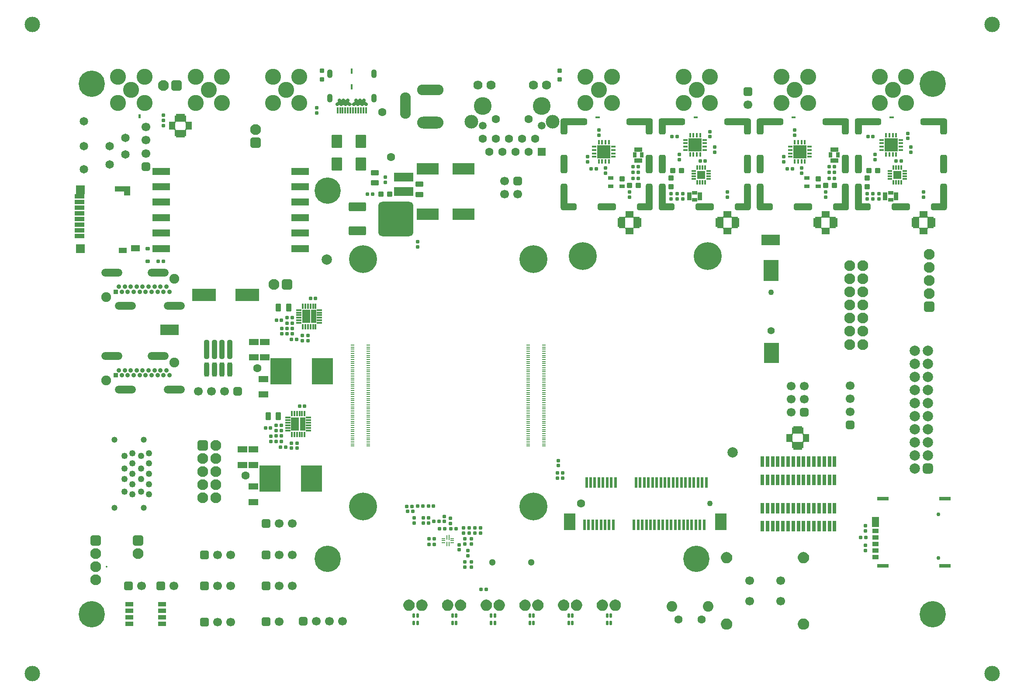
<source format=gts>
G04*
G04 #@! TF.GenerationSoftware,Altium Limited,Altium Designer,19.1.6 (110)*
G04*
G04 Layer_Color=8388736*
%FSLAX44Y44*%
%MOMM*%
G71*
G01*
G75*
%ADD23R,0.6000X2.0000*%
%ADD42R,0.7000X0.2000*%
%ADD43R,2.3000X3.2000*%
%ADD64C,1.6000*%
%ADD107R,0.7000X2.1000*%
G04:AMPARAMS|DCode=108|XSize=0.7mm|YSize=0.7mm|CornerRadius=0.11mm|HoleSize=0mm|Usage=FLASHONLY|Rotation=0.000|XOffset=0mm|YOffset=0mm|HoleType=Round|Shape=RoundedRectangle|*
%AMROUNDEDRECTD108*
21,1,0.7000,0.4800,0,0,0.0*
21,1,0.4800,0.7000,0,0,0.0*
1,1,0.2200,0.2400,-0.2400*
1,1,0.2200,-0.2400,-0.2400*
1,1,0.2200,-0.2400,0.2400*
1,1,0.2200,0.2400,0.2400*
%
%ADD108ROUNDEDRECTD108*%
G04:AMPARAMS|DCode=109|XSize=0.6mm|YSize=0.7mm|CornerRadius=0.1mm|HoleSize=0mm|Usage=FLASHONLY|Rotation=270.000|XOffset=0mm|YOffset=0mm|HoleType=Round|Shape=RoundedRectangle|*
%AMROUNDEDRECTD109*
21,1,0.6000,0.5000,0,0,270.0*
21,1,0.4000,0.7000,0,0,270.0*
1,1,0.2000,-0.2500,-0.2000*
1,1,0.2000,-0.2500,0.2000*
1,1,0.2000,0.2500,0.2000*
1,1,0.2000,0.2500,-0.2000*
%
%ADD109ROUNDEDRECTD109*%
%ADD110R,0.8000X0.2800*%
%ADD111R,0.2800X0.8900*%
%ADD112R,0.2800X0.9900*%
G04:AMPARAMS|DCode=113|XSize=0.7mm|YSize=0.7mm|CornerRadius=0.11mm|HoleSize=0mm|Usage=FLASHONLY|Rotation=270.000|XOffset=0mm|YOffset=0mm|HoleType=Round|Shape=RoundedRectangle|*
%AMROUNDEDRECTD113*
21,1,0.7000,0.4800,0,0,270.0*
21,1,0.4800,0.7000,0,0,270.0*
1,1,0.2200,-0.2400,-0.2400*
1,1,0.2200,-0.2400,0.2400*
1,1,0.2200,0.2400,0.2400*
1,1,0.2200,0.2400,-0.2400*
%
%ADD113ROUNDEDRECTD113*%
%ADD114R,1.5000X0.9000*%
%ADD115R,0.4000X0.4100*%
G04:AMPARAMS|DCode=116|XSize=1.1mm|YSize=1mm|CornerRadius=0.1625mm|HoleSize=0mm|Usage=FLASHONLY|Rotation=180.000|XOffset=0mm|YOffset=0mm|HoleType=Round|Shape=RoundedRectangle|*
%AMROUNDEDRECTD116*
21,1,1.1000,0.6750,0,0,180.0*
21,1,0.7750,1.0000,0,0,180.0*
1,1,0.3250,-0.3875,0.3375*
1,1,0.3250,0.3875,0.3375*
1,1,0.3250,0.3875,-0.3375*
1,1,0.3250,-0.3875,-0.3375*
%
%ADD116ROUNDEDRECTD116*%
G04:AMPARAMS|DCode=117|XSize=1.6mm|YSize=1.6mm|CornerRadius=0.125mm|HoleSize=0mm|Usage=FLASHONLY|Rotation=180.000|XOffset=0mm|YOffset=0mm|HoleType=Round|Shape=RoundedRectangle|*
%AMROUNDEDRECTD117*
21,1,1.6000,1.3500,0,0,180.0*
21,1,1.3500,1.6000,0,0,180.0*
1,1,0.2500,-0.6750,0.6750*
1,1,0.2500,0.6750,0.6750*
1,1,0.2500,0.6750,-0.6750*
1,1,0.2500,-0.6750,-0.6750*
%
%ADD117ROUNDEDRECTD117*%
G04:AMPARAMS|DCode=118|XSize=0.4mm|YSize=0.9mm|CornerRadius=0.125mm|HoleSize=0mm|Usage=FLASHONLY|Rotation=180.000|XOffset=0mm|YOffset=0mm|HoleType=Round|Shape=RoundedRectangle|*
%AMROUNDEDRECTD118*
21,1,0.4000,0.6500,0,0,180.0*
21,1,0.1500,0.9000,0,0,180.0*
1,1,0.2500,-0.0750,0.3250*
1,1,0.2500,0.0750,0.3250*
1,1,0.2500,0.0750,-0.3250*
1,1,0.2500,-0.0750,-0.3250*
%
%ADD118ROUNDEDRECTD118*%
G04:AMPARAMS|DCode=119|XSize=0.4mm|YSize=0.9mm|CornerRadius=0.125mm|HoleSize=0mm|Usage=FLASHONLY|Rotation=270.000|XOffset=0mm|YOffset=0mm|HoleType=Round|Shape=RoundedRectangle|*
%AMROUNDEDRECTD119*
21,1,0.4000,0.6500,0,0,270.0*
21,1,0.1500,0.9000,0,0,270.0*
1,1,0.2500,-0.3250,-0.0750*
1,1,0.2500,-0.3250,0.0750*
1,1,0.2500,0.3250,0.0750*
1,1,0.2500,0.3250,-0.0750*
%
%ADD119ROUNDEDRECTD119*%
%ADD120R,0.8500X1.6000*%
%ADD121R,1.0000X0.7000*%
%ADD122R,1.6000X0.8500*%
%ADD123R,0.7000X1.0000*%
G04:AMPARAMS|DCode=124|XSize=0.6mm|YSize=0.7mm|CornerRadius=0.1mm|HoleSize=0mm|Usage=FLASHONLY|Rotation=0.000|XOffset=0mm|YOffset=0mm|HoleType=Round|Shape=RoundedRectangle|*
%AMROUNDEDRECTD124*
21,1,0.6000,0.5000,0,0,0.0*
21,1,0.4000,0.7000,0,0,0.0*
1,1,0.2000,0.2000,-0.2500*
1,1,0.2000,-0.2000,-0.2500*
1,1,0.2000,-0.2000,0.2500*
1,1,0.2000,0.2000,0.2500*
%
%ADD124ROUNDEDRECTD124*%
G04:AMPARAMS|DCode=125|XSize=1.5mm|YSize=1.1mm|CornerRadius=0.175mm|HoleSize=0mm|Usage=FLASHONLY|Rotation=0.000|XOffset=0mm|YOffset=0mm|HoleType=Round|Shape=RoundedRectangle|*
%AMROUNDEDRECTD125*
21,1,1.5000,0.7500,0,0,0.0*
21,1,1.1500,1.1000,0,0,0.0*
1,1,0.3500,0.5750,-0.3750*
1,1,0.3500,-0.5750,-0.3750*
1,1,0.3500,-0.5750,0.3750*
1,1,0.3500,0.5750,0.3750*
%
%ADD125ROUNDEDRECTD125*%
%ADD126R,4.2500X2.2500*%
%ADD127C,3.0000*%
%ADD128R,2.9000X4.1000*%
%ADD129R,2.9000X3.9000*%
%ADD130R,1.7019X1.2013*%
%ADD131R,1.2000X1.7000*%
%ADD132R,1.6006X1.0004*%
%ADD133R,1.7011X1.0006*%
%ADD134R,1.7018X1.7018*%
%ADD135R,1.7009X1.7009*%
%ADD136R,1.9526X0.9011*%
%ADD137R,1.9518X0.9007*%
%ADD138R,1.9504X0.9002*%
%ADD139R,1.9525X0.9010*%
%ADD140R,1.9522X0.9009*%
%ADD141R,1.9516X0.9006*%
%ADD142R,1.9530X0.9012*%
%ADD143R,1.9504X0.9002*%
%ADD144R,2.2000X0.8000*%
%ADD145R,1.3400X1.0000*%
%ADD146R,1.2400X0.9000*%
G04:AMPARAMS|DCode=147|XSize=0.8mm|YSize=0.5mm|CornerRadius=0.1mm|HoleSize=0mm|Usage=FLASHONLY|Rotation=90.000|XOffset=0mm|YOffset=0mm|HoleType=Round|Shape=RoundedRectangle|*
%AMROUNDEDRECTD147*
21,1,0.8000,0.3000,0,0,90.0*
21,1,0.6000,0.5000,0,0,90.0*
1,1,0.2000,0.1500,0.3000*
1,1,0.2000,0.1500,-0.3000*
1,1,0.2000,-0.1500,-0.3000*
1,1,0.2000,-0.1500,0.3000*
%
%ADD147ROUNDEDRECTD147*%
%ADD148C,1.7000*%
G04:AMPARAMS|DCode=149|XSize=0.95mm|YSize=3.65mm|CornerRadius=0.2625mm|HoleSize=0mm|Usage=FLASHONLY|Rotation=0.000|XOffset=0mm|YOffset=0mm|HoleType=Round|Shape=RoundedRectangle|*
%AMROUNDEDRECTD149*
21,1,0.9500,3.1250,0,0,0.0*
21,1,0.4250,3.6500,0,0,0.0*
1,1,0.5250,0.2125,-1.5625*
1,1,0.5250,-0.2125,-1.5625*
1,1,0.5250,-0.2125,1.5625*
1,1,0.5250,0.2125,1.5625*
%
%ADD149ROUNDEDRECTD149*%
G04:AMPARAMS|DCode=150|XSize=0.95mm|YSize=2.75mm|CornerRadius=0.2625mm|HoleSize=0mm|Usage=FLASHONLY|Rotation=0.000|XOffset=0mm|YOffset=0mm|HoleType=Round|Shape=RoundedRectangle|*
%AMROUNDEDRECTD150*
21,1,0.9500,2.2250,0,0,0.0*
21,1,0.4250,2.7500,0,0,0.0*
1,1,0.5250,0.2125,-1.1125*
1,1,0.5250,-0.2125,-1.1125*
1,1,0.5250,-0.2125,1.1125*
1,1,0.5250,0.2125,1.1125*
%
%ADD150ROUNDEDRECTD150*%
%ADD151R,3.8000X1.7000*%
%ADD152R,0.3000X1.1000*%
%ADD153R,0.4000X1.3000*%
G04:AMPARAMS|DCode=154|XSize=1.1mm|YSize=1mm|CornerRadius=0.1625mm|HoleSize=0mm|Usage=FLASHONLY|Rotation=270.000|XOffset=0mm|YOffset=0mm|HoleType=Round|Shape=RoundedRectangle|*
%AMROUNDEDRECTD154*
21,1,1.1000,0.6750,0,0,270.0*
21,1,0.7750,1.0000,0,0,270.0*
1,1,0.3250,-0.3375,-0.3875*
1,1,0.3250,-0.3375,0.3875*
1,1,0.3250,0.3375,0.3875*
1,1,0.3250,0.3375,-0.3875*
%
%ADD154ROUNDEDRECTD154*%
G04:AMPARAMS|DCode=155|XSize=1.9mm|YSize=1.25mm|CornerRadius=0.1938mm|HoleSize=0mm|Usage=FLASHONLY|Rotation=180.000|XOffset=0mm|YOffset=0mm|HoleType=Round|Shape=RoundedRectangle|*
%AMROUNDEDRECTD155*
21,1,1.9000,0.8625,0,0,180.0*
21,1,1.5125,1.2500,0,0,180.0*
1,1,0.3875,-0.7563,0.4313*
1,1,0.3875,0.7563,0.4313*
1,1,0.3875,0.7563,-0.4313*
1,1,0.3875,-0.7563,-0.4313*
%
%ADD155ROUNDEDRECTD155*%
G04:AMPARAMS|DCode=156|XSize=3.4mm|YSize=1.7mm|CornerRadius=0.25mm|HoleSize=0mm|Usage=FLASHONLY|Rotation=180.000|XOffset=0mm|YOffset=0mm|HoleType=Round|Shape=RoundedRectangle|*
%AMROUNDEDRECTD156*
21,1,3.4000,1.2000,0,0,180.0*
21,1,2.9000,1.7000,0,0,180.0*
1,1,0.5000,-1.4500,0.6000*
1,1,0.5000,1.4500,0.6000*
1,1,0.5000,1.4500,-0.6000*
1,1,0.5000,-1.4500,-0.6000*
%
%ADD156ROUNDEDRECTD156*%
G04:AMPARAMS|DCode=157|XSize=6.8mm|YSize=6.8mm|CornerRadius=0.8875mm|HoleSize=0mm|Usage=FLASHONLY|Rotation=180.000|XOffset=0mm|YOffset=0mm|HoleType=Round|Shape=RoundedRectangle|*
%AMROUNDEDRECTD157*
21,1,6.8000,5.0250,0,0,180.0*
21,1,5.0250,6.8000,0,0,180.0*
1,1,1.7750,-2.5125,2.5125*
1,1,1.7750,2.5125,2.5125*
1,1,1.7750,2.5125,-2.5125*
1,1,1.7750,-2.5125,-2.5125*
%
%ADD157ROUNDEDRECTD157*%
%ADD158R,0.4100X0.4000*%
%ADD159R,1.0000X2.6500*%
%ADD160R,1.5000X2.6500*%
G04:AMPARAMS|DCode=161|XSize=0.35mm|YSize=1.1mm|CornerRadius=0.1125mm|HoleSize=0mm|Usage=FLASHONLY|Rotation=90.000|XOffset=0mm|YOffset=0mm|HoleType=Round|Shape=RoundedRectangle|*
%AMROUNDEDRECTD161*
21,1,0.3500,0.8750,0,0,90.0*
21,1,0.1250,1.1000,0,0,90.0*
1,1,0.2250,0.4375,0.0625*
1,1,0.2250,0.4375,-0.0625*
1,1,0.2250,-0.4375,-0.0625*
1,1,0.2250,-0.4375,0.0625*
%
%ADD161ROUNDEDRECTD161*%
G04:AMPARAMS|DCode=162|XSize=0.35mm|YSize=1.1mm|CornerRadius=0.1125mm|HoleSize=0mm|Usage=FLASHONLY|Rotation=180.000|XOffset=0mm|YOffset=0mm|HoleType=Round|Shape=RoundedRectangle|*
%AMROUNDEDRECTD162*
21,1,0.3500,0.8750,0,0,180.0*
21,1,0.1250,1.1000,0,0,180.0*
1,1,0.2250,-0.0625,0.4375*
1,1,0.2250,0.0625,0.4375*
1,1,0.2250,0.0625,-0.4375*
1,1,0.2250,-0.0625,-0.4375*
%
%ADD162ROUNDEDRECTD162*%
%ADD163R,0.4300X0.9500*%
%ADD164R,0.9500X0.4300*%
%ADD165R,2.5000X2.5000*%
G04:AMPARAMS|DCode=166|XSize=1.05mm|YSize=0.75mm|CornerRadius=0.2125mm|HoleSize=0mm|Usage=FLASHONLY|Rotation=180.000|XOffset=0mm|YOffset=0mm|HoleType=Round|Shape=RoundedRectangle|*
%AMROUNDEDRECTD166*
21,1,1.0500,0.3250,0,0,180.0*
21,1,0.6250,0.7500,0,0,180.0*
1,1,0.4250,-0.3125,0.1625*
1,1,0.4250,0.3125,0.1625*
1,1,0.4250,0.3125,-0.1625*
1,1,0.4250,-0.3125,-0.1625*
%
%ADD166ROUNDEDRECTD166*%
G04:AMPARAMS|DCode=167|XSize=1.05mm|YSize=1.1mm|CornerRadius=0.2875mm|HoleSize=0mm|Usage=FLASHONLY|Rotation=180.000|XOffset=0mm|YOffset=0mm|HoleType=Round|Shape=RoundedRectangle|*
%AMROUNDEDRECTD167*
21,1,1.0500,0.5250,0,0,180.0*
21,1,0.4750,1.1000,0,0,180.0*
1,1,0.5750,-0.2375,0.2625*
1,1,0.5750,0.2375,0.2625*
1,1,0.5750,0.2375,-0.2625*
1,1,0.5750,-0.2375,-0.2625*
%
%ADD167ROUNDEDRECTD167*%
%ADD168R,1.1000X1.6500*%
%ADD169R,1.7000X1.3000*%
%ADD170R,1.3000X1.3000*%
%ADD171R,2.2500X1.3000*%
%ADD172R,4.1000X5.1000*%
G04:AMPARAMS|DCode=173|XSize=0.9mm|YSize=0.9mm|CornerRadius=0.15mm|HoleSize=0mm|Usage=FLASHONLY|Rotation=90.000|XOffset=0mm|YOffset=0mm|HoleType=Round|Shape=RoundedRectangle|*
%AMROUNDEDRECTD173*
21,1,0.9000,0.6000,0,0,90.0*
21,1,0.6000,0.9000,0,0,90.0*
1,1,0.3000,0.3000,0.3000*
1,1,0.3000,0.3000,-0.3000*
1,1,0.3000,-0.3000,-0.3000*
1,1,0.3000,-0.3000,0.3000*
%
%ADD173ROUNDEDRECTD173*%
%ADD174R,3.4000X1.3700*%
%ADD175R,4.6000X2.4500*%
G04:AMPARAMS|DCode=176|XSize=3.1mm|YSize=1.3mm|CornerRadius=0.35mm|HoleSize=0mm|Usage=FLASHONLY|Rotation=90.000|XOffset=0mm|YOffset=0mm|HoleType=Round|Shape=RoundedRectangle|*
%AMROUNDEDRECTD176*
21,1,3.1000,0.6000,0,0,90.0*
21,1,2.4000,1.3000,0,0,90.0*
1,1,0.7000,0.3000,1.2000*
1,1,0.7000,0.3000,-1.2000*
1,1,0.7000,-0.3000,-1.2000*
1,1,0.7000,-0.3000,1.2000*
%
%ADD176ROUNDEDRECTD176*%
G04:AMPARAMS|DCode=177|XSize=3.6mm|YSize=1.3mm|CornerRadius=0.35mm|HoleSize=0mm|Usage=FLASHONLY|Rotation=90.000|XOffset=0mm|YOffset=0mm|HoleType=Round|Shape=RoundedRectangle|*
%AMROUNDEDRECTD177*
21,1,3.6000,0.6000,0,0,90.0*
21,1,2.9000,1.3000,0,0,90.0*
1,1,0.7000,0.3000,1.4500*
1,1,0.7000,0.3000,-1.4500*
1,1,0.7000,-0.3000,-1.4500*
1,1,0.7000,-0.3000,1.4500*
%
%ADD177ROUNDEDRECTD177*%
G04:AMPARAMS|DCode=178|XSize=3.6mm|YSize=1.3mm|CornerRadius=0.35mm|HoleSize=0mm|Usage=FLASHONLY|Rotation=0.000|XOffset=0mm|YOffset=0mm|HoleType=Round|Shape=RoundedRectangle|*
%AMROUNDEDRECTD178*
21,1,3.6000,0.6000,0,0,0.0*
21,1,2.9000,1.3000,0,0,0.0*
1,1,0.7000,1.4500,-0.3000*
1,1,0.7000,-1.4500,-0.3000*
1,1,0.7000,-1.4500,0.3000*
1,1,0.7000,1.4500,0.3000*
%
%ADD178ROUNDEDRECTD178*%
G04:AMPARAMS|DCode=179|XSize=3.1mm|YSize=1.3mm|CornerRadius=0.35mm|HoleSize=0mm|Usage=FLASHONLY|Rotation=0.000|XOffset=0mm|YOffset=0mm|HoleType=Round|Shape=RoundedRectangle|*
%AMROUNDEDRECTD179*
21,1,3.1000,0.6000,0,0,0.0*
21,1,2.4000,1.3000,0,0,0.0*
1,1,0.7000,1.2000,-0.3000*
1,1,0.7000,-1.2000,-0.3000*
1,1,0.7000,-1.2000,0.3000*
1,1,0.7000,1.2000,0.3000*
%
%ADD179ROUNDEDRECTD179*%
G04:AMPARAMS|DCode=180|XSize=5.1mm|YSize=1.3mm|CornerRadius=0.35mm|HoleSize=0mm|Usage=FLASHONLY|Rotation=270.000|XOffset=0mm|YOffset=0mm|HoleType=Round|Shape=RoundedRectangle|*
%AMROUNDEDRECTD180*
21,1,5.1000,0.6000,0,0,270.0*
21,1,4.4000,1.3000,0,0,270.0*
1,1,0.7000,-0.3000,-2.2000*
1,1,0.7000,-0.3000,2.2000*
1,1,0.7000,0.3000,2.2000*
1,1,0.7000,0.3000,-2.2000*
%
%ADD180ROUNDEDRECTD180*%
G04:AMPARAMS|DCode=181|XSize=5.1mm|YSize=1.3mm|CornerRadius=0.35mm|HoleSize=0mm|Usage=FLASHONLY|Rotation=0.000|XOffset=0mm|YOffset=0mm|HoleType=Round|Shape=RoundedRectangle|*
%AMROUNDEDRECTD181*
21,1,5.1000,0.6000,0,0,0.0*
21,1,4.4000,1.3000,0,0,0.0*
1,1,0.7000,2.2000,-0.3000*
1,1,0.7000,-2.2000,-0.3000*
1,1,0.7000,-2.2000,0.3000*
1,1,0.7000,2.2000,0.3000*
%
%ADD181ROUNDEDRECTD181*%
G04:AMPARAMS|DCode=182|XSize=2.6mm|YSize=2.1mm|CornerRadius=0.3mm|HoleSize=0mm|Usage=FLASHONLY|Rotation=90.000|XOffset=0mm|YOffset=0mm|HoleType=Round|Shape=RoundedRectangle|*
%AMROUNDEDRECTD182*
21,1,2.6000,1.5000,0,0,90.0*
21,1,2.0000,2.1000,0,0,90.0*
1,1,0.6000,0.7500,1.0000*
1,1,0.6000,0.7500,-1.0000*
1,1,0.6000,-0.7500,-1.0000*
1,1,0.6000,-0.7500,1.0000*
%
%ADD182ROUNDEDRECTD182*%
%ADD183C,2.0000*%
%ADD184R,3.6000X2.0000*%
G04:AMPARAMS|DCode=185|XSize=0.7mm|YSize=0.8mm|CornerRadius=0.125mm|HoleSize=0mm|Usage=FLASHONLY|Rotation=270.000|XOffset=0mm|YOffset=0mm|HoleType=Round|Shape=RoundedRectangle|*
%AMROUNDEDRECTD185*
21,1,0.7000,0.5500,0,0,270.0*
21,1,0.4500,0.8000,0,0,270.0*
1,1,0.2500,-0.2750,-0.2250*
1,1,0.2500,-0.2750,0.2250*
1,1,0.2500,0.2750,0.2250*
1,1,0.2500,0.2750,-0.2250*
%
%ADD185ROUNDEDRECTD185*%
%ADD186R,1.6500X1.1000*%
%ADD187R,1.3000X1.7000*%
%ADD188R,1.3000X1.3000*%
%ADD189R,1.3000X2.2500*%
G04:AMPARAMS|DCode=190|XSize=1.5mm|YSize=1.1mm|CornerRadius=0.175mm|HoleSize=0mm|Usage=FLASHONLY|Rotation=90.000|XOffset=0mm|YOffset=0mm|HoleType=Round|Shape=RoundedRectangle|*
%AMROUNDEDRECTD190*
21,1,1.5000,0.7500,0,0,90.0*
21,1,1.1500,1.1000,0,0,90.0*
1,1,0.3500,0.3750,0.5750*
1,1,0.3500,0.3750,-0.5750*
1,1,0.3500,-0.3750,-0.5750*
1,1,0.3500,-0.3750,0.5750*
%
%ADD190ROUNDEDRECTD190*%
%ADD191R,2.5000X2.5000*%
G04:AMPARAMS|DCode=192|XSize=1.7mm|YSize=1.7mm|CornerRadius=0.45mm|HoleSize=0mm|Usage=FLASHONLY|Rotation=0.000|XOffset=0mm|YOffset=0mm|HoleType=Round|Shape=RoundedRectangle|*
%AMROUNDEDRECTD192*
21,1,1.7000,0.8000,0,0,0.0*
21,1,0.8000,1.7000,0,0,0.0*
1,1,0.9000,0.4000,-0.4000*
1,1,0.9000,-0.4000,-0.4000*
1,1,0.9000,-0.4000,0.4000*
1,1,0.9000,0.4000,0.4000*
%
%ADD192ROUNDEDRECTD192*%
%ADD193C,1.2500*%
%ADD194C,1.1886*%
%ADD195C,2.1000*%
%ADD196C,5.4000*%
%ADD197C,1.1000*%
G04:AMPARAMS|DCode=198|XSize=1.624mm|YSize=1.624mm|CornerRadius=0.2405mm|HoleSize=0mm|Usage=FLASHONLY|Rotation=90.000|XOffset=0mm|YOffset=0mm|HoleType=Round|Shape=RoundedRectangle|*
%AMROUNDEDRECTD198*
21,1,1.6240,1.1430,0,0,90.0*
21,1,1.1430,1.6240,0,0,90.0*
1,1,0.4810,0.5715,0.5715*
1,1,0.4810,0.5715,-0.5715*
1,1,0.4810,-0.5715,-0.5715*
1,1,0.4810,-0.5715,0.5715*
%
%ADD198ROUNDEDRECTD198*%
%ADD199C,1.4000*%
%ADD200C,1.7800*%
%ADD201C,1.6080*%
%ADD202C,1.5080*%
%ADD203R,1.6080X1.6080*%
%ADD204C,2.6500*%
%ADD205C,3.4500*%
%ADD206C,1.6500*%
%ADD207O,2.1000X5.1000*%
%ADD208O,5.1000X2.3000*%
%ADD209O,5.1000X2.1000*%
%ADD210C,0.7500*%
%ADD211C,1.3000*%
%ADD212C,5.1000*%
%ADD213O,1.1000X1.7000*%
%ADD214C,0.7300*%
%ADD215C,2.0500*%
G04:AMPARAMS|DCode=216|XSize=2.1mm|YSize=2.1mm|CornerRadius=0.55mm|HoleSize=0mm|Usage=FLASHONLY|Rotation=270.000|XOffset=0mm|YOffset=0mm|HoleType=Round|Shape=RoundedRectangle|*
%AMROUNDEDRECTD216*
21,1,2.1000,1.0000,0,0,270.0*
21,1,1.0000,2.1000,0,0,270.0*
1,1,1.1000,-0.5000,-0.5000*
1,1,1.1000,-0.5000,0.5000*
1,1,1.1000,0.5000,0.5000*
1,1,1.1000,0.5000,-0.5000*
%
%ADD216ROUNDEDRECTD216*%
G04:AMPARAMS|DCode=217|XSize=1.7mm|YSize=1.7mm|CornerRadius=0.45mm|HoleSize=0mm|Usage=FLASHONLY|Rotation=90.000|XOffset=0mm|YOffset=0mm|HoleType=Round|Shape=RoundedRectangle|*
%AMROUNDEDRECTD217*
21,1,1.7000,0.8000,0,0,90.0*
21,1,0.8000,1.7000,0,0,90.0*
1,1,0.9000,0.4000,0.4000*
1,1,0.9000,0.4000,-0.4000*
1,1,0.9000,-0.4000,-0.4000*
1,1,0.9000,-0.4000,0.4000*
%
%ADD217ROUNDEDRECTD217*%
%ADD218O,4.1000X1.5000*%
%ADD219C,0.9000*%
%ADD220R,0.9000X0.9000*%
%ADD221C,1.9000*%
%ADD222C,3.1000*%
%ADD223C,0.3500*%
G04:AMPARAMS|DCode=224|XSize=2mm|YSize=2mm|CornerRadius=0.525mm|HoleSize=0mm|Usage=FLASHONLY|Rotation=90.000|XOffset=0mm|YOffset=0mm|HoleType=Round|Shape=RoundedRectangle|*
%AMROUNDEDRECTD224*
21,1,2.0000,0.9500,0,0,90.0*
21,1,0.9500,2.0000,0,0,90.0*
1,1,1.0500,0.4750,0.4750*
1,1,1.0500,0.4750,-0.4750*
1,1,1.0500,-0.4750,-0.4750*
1,1,1.0500,-0.4750,0.4750*
%
%ADD224ROUNDEDRECTD224*%
%ADD225C,1.0000*%
G04:AMPARAMS|DCode=226|XSize=1.624mm|YSize=1.624mm|CornerRadius=0.2405mm|HoleSize=0mm|Usage=FLASHONLY|Rotation=0.000|XOffset=0mm|YOffset=0mm|HoleType=Round|Shape=RoundedRectangle|*
%AMROUNDEDRECTD226*
21,1,1.6240,1.1430,0,0,0.0*
21,1,1.1430,1.6240,0,0,0.0*
1,1,0.4810,0.5715,-0.5715*
1,1,0.4810,-0.5715,-0.5715*
1,1,0.4810,-0.5715,0.5715*
1,1,0.4810,0.5715,0.5715*
%
%ADD226ROUNDEDRECTD226*%
G04:AMPARAMS|DCode=227|XSize=2.1mm|YSize=2.1mm|CornerRadius=0.55mm|HoleSize=0mm|Usage=FLASHONLY|Rotation=180.000|XOffset=0mm|YOffset=0mm|HoleType=Round|Shape=RoundedRectangle|*
%AMROUNDEDRECTD227*
21,1,2.1000,1.0000,0,0,180.0*
21,1,1.0000,2.1000,0,0,180.0*
1,1,1.1000,-0.5000,0.5000*
1,1,1.1000,0.5000,0.5000*
1,1,1.1000,0.5000,-0.5000*
1,1,1.1000,-0.5000,-0.5000*
%
%ADD227ROUNDEDRECTD227*%
G36*
X568000Y1028250D02*
Y1026200D01*
X565550Y1023750D01*
X544950D01*
X543250Y1025450D01*
Y1024250D01*
X535250D01*
Y1025450D01*
X533550Y1023750D01*
X512950D01*
X510500Y1026200D01*
Y1028250D01*
X516000Y1033750D01*
X530500D01*
X536000Y1028250D01*
Y1026250D01*
X542500D01*
Y1028250D01*
X548000Y1033750D01*
X562500D01*
X568000Y1028250D01*
D02*
G37*
G36*
X1589750Y997750D02*
X1581750D01*
Y1001750D01*
X1589750D01*
Y997750D01*
D02*
G37*
G36*
X1399750D02*
X1391750D01*
Y1001750D01*
X1399750D01*
Y997750D01*
D02*
G37*
G36*
X1209750Y997750D02*
X1201750Y997750D01*
Y1001750D01*
X1209750D01*
Y997750D01*
D02*
G37*
G36*
X1019750Y997750D02*
X1011750D01*
Y1001750D01*
X1019750D01*
Y997750D01*
D02*
G37*
G36*
X130250D02*
X126250D01*
Y1005750D01*
X130250D01*
Y997750D01*
D02*
G37*
G36*
X219250Y989000D02*
X216750D01*
Y991500D01*
X219250D01*
Y989000D01*
D02*
G37*
G36*
X197750D02*
X195250D01*
Y991500D01*
X197750D01*
Y989000D01*
D02*
G37*
G36*
X219250Y975000D02*
X216750D01*
Y977500D01*
X219250D01*
Y975000D01*
D02*
G37*
G36*
X197750D02*
X195250D01*
Y977500D01*
X197750D01*
Y975000D01*
D02*
G37*
G36*
X110180Y848500D02*
X97930D01*
Y855750D01*
X97430D01*
Y865750D01*
X110180D01*
X110180Y848500D01*
D02*
G37*
G36*
X1655650Y804750D02*
X1653150D01*
Y807250D01*
X1655650D01*
Y804750D01*
D02*
G37*
G36*
X1641650D02*
X1639150D01*
Y807250D01*
X1641650D01*
Y804750D01*
D02*
G37*
G36*
X1465650D02*
X1463150D01*
Y807250D01*
X1465650D01*
Y804750D01*
D02*
G37*
G36*
X1451650D02*
X1449150D01*
Y807250D01*
X1451650D01*
Y804750D01*
D02*
G37*
G36*
X1275650D02*
X1273150D01*
Y807250D01*
X1275650D01*
Y804750D01*
D02*
G37*
G36*
X1261650D02*
X1259150D01*
Y807250D01*
X1261650D01*
Y804750D01*
D02*
G37*
G36*
X1085650D02*
X1083150D01*
Y807250D01*
X1085650D01*
Y804750D01*
D02*
G37*
G36*
X1071650D02*
X1069150D01*
Y807250D01*
X1071650D01*
Y804750D01*
D02*
G37*
G36*
X1655650Y783250D02*
X1653150D01*
Y785750D01*
X1655650D01*
Y783250D01*
D02*
G37*
G36*
X1465650D02*
X1463150D01*
Y785750D01*
X1465650D01*
Y783250D01*
D02*
G37*
G36*
X1275650D02*
X1273150D01*
Y785750D01*
X1275650D01*
Y783250D01*
D02*
G37*
G36*
X1085650D02*
X1083150D01*
Y785750D01*
X1085650D01*
Y783250D01*
D02*
G37*
G36*
X1641650Y783250D02*
X1639150D01*
Y785750D01*
X1641650D01*
Y783250D01*
D02*
G37*
G36*
X1451650D02*
X1449150D01*
Y785750D01*
X1451650D01*
Y783250D01*
D02*
G37*
G36*
X1261650D02*
X1259150D01*
Y785750D01*
X1261650D01*
Y783250D01*
D02*
G37*
G36*
X1071650D02*
X1069150D01*
Y785750D01*
X1071650D01*
Y783250D01*
D02*
G37*
G36*
X1415500Y383250D02*
X1413000D01*
Y385750D01*
X1415500D01*
Y383250D01*
D02*
G37*
G36*
X1394000D02*
X1391500D01*
Y385750D01*
X1394000D01*
Y383250D01*
D02*
G37*
G36*
X1415500Y369250D02*
X1413000D01*
Y371750D01*
X1415500D01*
Y369250D01*
D02*
G37*
G36*
X1394000D02*
X1391500D01*
Y371750D01*
X1394000D01*
Y369250D01*
D02*
G37*
G36*
X1268958Y155828D02*
X1270960Y154998D01*
X1272762Y153794D01*
X1274294Y152262D01*
X1275498Y150461D01*
X1276327Y148459D01*
X1276750Y146334D01*
Y145250D01*
Y144167D01*
X1276327Y142042D01*
X1275498Y140040D01*
X1274294Y138238D01*
X1272762Y136706D01*
X1270960Y135502D01*
X1268958Y134673D01*
X1266833Y134250D01*
X1264666D01*
X1262541Y134673D01*
X1260539Y135502D01*
X1258738Y136706D01*
X1257206Y138238D01*
X1256002Y140040D01*
X1255172Y142042D01*
X1254750Y144167D01*
Y145250D01*
Y146334D01*
X1255172Y148459D01*
X1256002Y150461D01*
X1257206Y152262D01*
X1258738Y153794D01*
X1260539Y154998D01*
X1262541Y155828D01*
X1264666Y156250D01*
X1265750D01*
Y145250D01*
X1265750Y156250D01*
X1265750Y156250D01*
X1266833D01*
X1268958Y155828D01*
D02*
G37*
G36*
X1417958Y155828D02*
X1419960Y154998D01*
X1421762Y153794D01*
X1423294Y152262D01*
X1424498Y150461D01*
X1425327Y148459D01*
X1425750Y146334D01*
Y145250D01*
Y144167D01*
X1425327Y142042D01*
X1424498Y140040D01*
X1423294Y138238D01*
X1421762Y136706D01*
X1419960Y135502D01*
X1417958Y134673D01*
X1415833Y134250D01*
X1413666D01*
X1411541Y134673D01*
X1409539Y135502D01*
X1407738Y136706D01*
X1406205Y138238D01*
X1405002Y140040D01*
X1404173Y142042D01*
X1403750Y144167D01*
Y145250D01*
Y146334D01*
X1404173Y148459D01*
X1405002Y150461D01*
X1406205Y152262D01*
X1407738Y153794D01*
X1409539Y154998D01*
X1411541Y155828D01*
X1413666Y156250D01*
X1415833D01*
X1417958Y155828D01*
D02*
G37*
G36*
X953314Y63602D02*
X955315Y62773D01*
X957117Y61569D01*
X958649Y60037D01*
X959853Y58236D01*
X960682Y56234D01*
X961105Y54108D01*
X961105Y53025D01*
X961105Y51942D01*
X960682Y49816D01*
X959853Y47814D01*
X958649Y46013D01*
X957117Y44481D01*
X955315Y43277D01*
X953314Y42448D01*
X951188Y42025D01*
X950105Y42025D01*
Y53025D01*
X950105Y42025D01*
X950105D01*
X949022Y42025D01*
X946896Y42448D01*
X944894Y43277D01*
X943093Y44481D01*
X941561Y46013D01*
X940357Y47814D01*
X939528Y49816D01*
X939105Y51942D01*
Y53025D01*
X939105Y54108D01*
X939528Y56234D01*
X940357Y58236D01*
X941561Y60037D01*
X943093Y61569D01*
X944894Y62773D01*
X946896Y63602D01*
X949022Y64025D01*
X950105Y64025D01*
X951188Y64025D01*
X953314Y63602D01*
D02*
G37*
G36*
X878314D02*
X880315Y62773D01*
X882117Y61569D01*
X883649Y60037D01*
X884853Y58236D01*
X885682Y56234D01*
X886105Y54108D01*
X886105Y53025D01*
X886105Y51942D01*
X885682Y49816D01*
X884853Y47814D01*
X883649Y46013D01*
X882117Y44481D01*
X880315Y43277D01*
X878314Y42448D01*
X876188Y42025D01*
X875105Y42025D01*
Y53025D01*
X875105Y42025D01*
X875105D01*
X874022Y42025D01*
X871896Y42448D01*
X869894Y43277D01*
X868093Y44481D01*
X866561Y46013D01*
X865357Y47814D01*
X864528Y49816D01*
X864105Y51942D01*
Y53025D01*
X864105Y54108D01*
X864528Y56234D01*
X865357Y58236D01*
X866561Y60037D01*
X868093Y61569D01*
X869894Y62773D01*
X871896Y63602D01*
X874022Y64025D01*
X875105Y64025D01*
X876188Y64025D01*
X878314Y63602D01*
D02*
G37*
G36*
X803314D02*
X805315Y62773D01*
X807117Y61569D01*
X808649Y60037D01*
X809853Y58236D01*
X810682Y56234D01*
X811105Y54108D01*
X811105Y53025D01*
X811105Y51942D01*
X810682Y49816D01*
X809853Y47814D01*
X808649Y46013D01*
X807117Y44481D01*
X805315Y43277D01*
X803314Y42448D01*
X801188Y42025D01*
X800105Y42025D01*
Y53025D01*
X800105Y42025D01*
X800105D01*
X799022Y42025D01*
X796896Y42448D01*
X794894Y43277D01*
X793093Y44481D01*
X791561Y46013D01*
X790357Y47814D01*
X789528Y49816D01*
X789105Y51942D01*
Y53025D01*
X789105Y54108D01*
X789528Y56234D01*
X790357Y58236D01*
X791561Y60037D01*
X793093Y61569D01*
X794894Y62773D01*
X796896Y63602D01*
X799022Y64025D01*
X800105Y64025D01*
X801188Y64025D01*
X803314Y63602D01*
D02*
G37*
G36*
X728314D02*
X730315Y62773D01*
X732117Y61569D01*
X733649Y60037D01*
X734853Y58236D01*
X735682Y56234D01*
X736105Y54108D01*
X736105Y53025D01*
X736105Y51942D01*
X735682Y49816D01*
X734853Y47814D01*
X733649Y46013D01*
X732117Y44481D01*
X730315Y43277D01*
X728314Y42448D01*
X726188Y42025D01*
X725105Y42025D01*
Y53025D01*
X725105Y42025D01*
X725105D01*
X724022Y42025D01*
X721896Y42448D01*
X719894Y43277D01*
X718093Y44481D01*
X716561Y46013D01*
X715357Y47814D01*
X714528Y49816D01*
X714105Y51942D01*
Y53025D01*
X714105Y54108D01*
X714528Y56234D01*
X715357Y58236D01*
X716561Y60037D01*
X718093Y61569D01*
X719894Y62773D01*
X721896Y63602D01*
X724022Y64025D01*
X725105Y64025D01*
X726188Y64025D01*
X728314Y63602D01*
D02*
G37*
G36*
X653314D02*
X655315Y62773D01*
X657117Y61569D01*
X658649Y60037D01*
X659853Y58236D01*
X660682Y56234D01*
X661105Y54108D01*
X661105Y53025D01*
X661105Y51942D01*
X660682Y49816D01*
X659853Y47814D01*
X658649Y46013D01*
X657117Y44481D01*
X655315Y43277D01*
X653314Y42448D01*
X651188Y42025D01*
X650105Y42025D01*
Y53025D01*
X650105Y42025D01*
X650105D01*
X649022Y42025D01*
X646896Y42448D01*
X644894Y43277D01*
X643093Y44481D01*
X641561Y46013D01*
X640357Y47814D01*
X639528Y49816D01*
X639105Y51942D01*
Y53025D01*
X639105Y54108D01*
X639528Y56234D01*
X640357Y58236D01*
X641561Y60037D01*
X643093Y61569D01*
X644894Y62773D01*
X646896Y63602D01*
X649022Y64025D01*
X650105Y64025D01*
X651188Y64025D01*
X653314Y63602D01*
D02*
G37*
G36*
X1028314Y63577D02*
X1030315Y62748D01*
X1032117Y61544D01*
X1033649Y60012D01*
X1034853Y58211D01*
X1035682Y56209D01*
X1036105Y54083D01*
X1036105Y53000D01*
X1036105Y51917D01*
X1035682Y49791D01*
X1034853Y47790D01*
X1033649Y45988D01*
X1032117Y44456D01*
X1030315Y43252D01*
X1028314Y42423D01*
X1026188Y42000D01*
X1025105Y42000D01*
Y53000D01*
X1025105Y42000D01*
X1025105D01*
X1024022Y42000D01*
X1021896Y42423D01*
X1019894Y43252D01*
X1018093Y44456D01*
X1016561Y45988D01*
X1015357Y47790D01*
X1014528Y49791D01*
X1014105Y51917D01*
Y53000D01*
X1014105Y54083D01*
X1014528Y56209D01*
X1015357Y58211D01*
X1016561Y60012D01*
X1018093Y61544D01*
X1019894Y62748D01*
X1021896Y63577D01*
X1024022Y64000D01*
X1025105Y64000D01*
X1026188Y64000D01*
X1028314Y63577D01*
D02*
G37*
G36*
X978314Y63602D02*
X980315Y62773D01*
X982117Y61569D01*
X983649Y60037D01*
X984853Y58236D01*
X985682Y56234D01*
X986105Y54108D01*
Y53025D01*
Y51942D01*
X985682Y49816D01*
X984853Y47814D01*
X983649Y46013D01*
X982117Y44481D01*
X980315Y43277D01*
X978314Y42448D01*
X976188Y42025D01*
X975105D01*
Y53025D01*
X975105Y42025D01*
X975105Y42025D01*
X974022D01*
X971896Y42448D01*
X969894Y43277D01*
X968093Y44481D01*
X966561Y46013D01*
X965357Y47814D01*
X964528Y49816D01*
X964105Y51942D01*
Y53025D01*
Y54108D01*
X964528Y56234D01*
X965357Y58236D01*
X966561Y60037D01*
X968093Y61569D01*
X969894Y62773D01*
X971896Y63602D01*
X974022Y64025D01*
X976188D01*
X978314Y63602D01*
D02*
G37*
G36*
X903314D02*
X905315Y62773D01*
X907117Y61569D01*
X908649Y60037D01*
X909853Y58236D01*
X910682Y56234D01*
X911105Y54108D01*
Y53025D01*
Y51942D01*
X910682Y49816D01*
X909853Y47814D01*
X908649Y46013D01*
X907117Y44481D01*
X905315Y43277D01*
X903314Y42448D01*
X901188Y42025D01*
X900105D01*
Y53025D01*
X900105Y42025D01*
X900105Y42025D01*
X899022D01*
X896896Y42448D01*
X894894Y43277D01*
X893093Y44481D01*
X891561Y46013D01*
X890357Y47814D01*
X889528Y49816D01*
X889105Y51942D01*
Y53025D01*
Y54108D01*
X889528Y56234D01*
X890357Y58236D01*
X891561Y60037D01*
X893093Y61569D01*
X894894Y62773D01*
X896896Y63602D01*
X899022Y64025D01*
X901188D01*
X903314Y63602D01*
D02*
G37*
G36*
X828314D02*
X830315Y62773D01*
X832117Y61569D01*
X833649Y60037D01*
X834853Y58236D01*
X835682Y56234D01*
X836105Y54108D01*
Y53025D01*
Y51942D01*
X835682Y49816D01*
X834853Y47814D01*
X833649Y46013D01*
X832117Y44481D01*
X830315Y43277D01*
X828314Y42448D01*
X826188Y42025D01*
X825105D01*
Y53025D01*
X825105Y42025D01*
X825105Y42025D01*
X824022D01*
X821896Y42448D01*
X819894Y43277D01*
X818093Y44481D01*
X816561Y46013D01*
X815357Y47814D01*
X814528Y49816D01*
X814105Y51942D01*
Y53025D01*
Y54108D01*
X814528Y56234D01*
X815357Y58236D01*
X816561Y60037D01*
X818093Y61569D01*
X819894Y62773D01*
X821896Y63602D01*
X824022Y64025D01*
X826188D01*
X828314Y63602D01*
D02*
G37*
G36*
X753314D02*
X755315Y62773D01*
X757117Y61569D01*
X758649Y60037D01*
X759853Y58236D01*
X760682Y56234D01*
X761105Y54108D01*
Y53025D01*
Y51942D01*
X760682Y49816D01*
X759853Y47814D01*
X758649Y46013D01*
X757117Y44481D01*
X755315Y43277D01*
X753314Y42448D01*
X751188Y42025D01*
X750105D01*
Y53025D01*
X750105Y42025D01*
X750105Y42025D01*
X749022D01*
X746896Y42448D01*
X744894Y43277D01*
X743093Y44481D01*
X741561Y46013D01*
X740357Y47814D01*
X739528Y49816D01*
X739105Y51942D01*
Y53025D01*
Y54108D01*
X739528Y56234D01*
X740357Y58236D01*
X741561Y60037D01*
X743093Y61569D01*
X744894Y62773D01*
X746896Y63602D01*
X749022Y64025D01*
X751188D01*
X753314Y63602D01*
D02*
G37*
G36*
X678314D02*
X680315Y62773D01*
X682117Y61569D01*
X683649Y60037D01*
X684853Y58236D01*
X685682Y56234D01*
X686105Y54108D01*
Y53025D01*
Y51942D01*
X685682Y49816D01*
X684853Y47814D01*
X683649Y46013D01*
X682117Y44481D01*
X680315Y43277D01*
X678314Y42448D01*
X676188Y42025D01*
X675105D01*
Y53025D01*
X675105Y42025D01*
X675105Y42025D01*
X674022D01*
X671896Y42448D01*
X669894Y43277D01*
X668093Y44481D01*
X666561Y46013D01*
X665357Y47814D01*
X664528Y49816D01*
X664105Y51942D01*
Y53025D01*
Y54108D01*
X664528Y56234D01*
X665357Y58236D01*
X666561Y60037D01*
X668093Y61569D01*
X669894Y62773D01*
X671896Y63602D01*
X674022Y64025D01*
X676188D01*
X678314Y63602D01*
D02*
G37*
G36*
X1053314Y63577D02*
X1055315Y62748D01*
X1057117Y61544D01*
X1058649Y60012D01*
X1059853Y58211D01*
X1060682Y56209D01*
X1061105Y54083D01*
Y53000D01*
Y51917D01*
X1060682Y49791D01*
X1059853Y47790D01*
X1058649Y45988D01*
X1057117Y44456D01*
X1055315Y43252D01*
X1053314Y42423D01*
X1051188Y42000D01*
X1050105D01*
Y53000D01*
X1050105Y42000D01*
X1050105Y42000D01*
X1049022D01*
X1046896Y42423D01*
X1044894Y43252D01*
X1043093Y44456D01*
X1041561Y45988D01*
X1040357Y47790D01*
X1039528Y49791D01*
X1039105Y51917D01*
Y53000D01*
Y54083D01*
X1039528Y56209D01*
X1040357Y58211D01*
X1041561Y60012D01*
X1043093Y61544D01*
X1044894Y62748D01*
X1046896Y63577D01*
X1049022Y64000D01*
X1051188D01*
X1053314Y63577D01*
D02*
G37*
G36*
X1417958Y26827D02*
X1419960Y25998D01*
X1421762Y24794D01*
X1423294Y23262D01*
X1424498Y21461D01*
X1425327Y19459D01*
X1425750Y17334D01*
Y16250D01*
Y15167D01*
X1425327Y13042D01*
X1424498Y11040D01*
X1423294Y9238D01*
X1421762Y7706D01*
X1419960Y6502D01*
X1417958Y5673D01*
X1415833Y5250D01*
X1413666D01*
X1411541Y5673D01*
X1409539Y6502D01*
X1407738Y7706D01*
X1406205Y9238D01*
X1405002Y11040D01*
X1404173Y13042D01*
X1403750Y15167D01*
Y16250D01*
Y17334D01*
X1404173Y19459D01*
X1405002Y21461D01*
X1406205Y23262D01*
X1407738Y24794D01*
X1409539Y25998D01*
X1411541Y26827D01*
X1413666Y27250D01*
X1415833D01*
X1417958Y26827D01*
D02*
G37*
G36*
X1268958D02*
X1270960Y25998D01*
X1272762Y24794D01*
X1274294Y23262D01*
X1275498Y21461D01*
X1276327Y19459D01*
X1276750Y17334D01*
Y16250D01*
Y15167D01*
X1276327Y13042D01*
X1275498Y11040D01*
X1274294Y9238D01*
X1272762Y7706D01*
X1270960Y6502D01*
X1268958Y5673D01*
X1266833Y5250D01*
X1264666D01*
X1262541Y5673D01*
X1260539Y6502D01*
X1258738Y7706D01*
X1257206Y9238D01*
X1256002Y11040D01*
X1255173Y13042D01*
X1254750Y15167D01*
Y16250D01*
Y17334D01*
X1255173Y19459D01*
X1256002Y21461D01*
X1257206Y23262D01*
X1258738Y24794D01*
X1260539Y25998D01*
X1262541Y26827D01*
X1264666Y27250D01*
X1266833D01*
X1268958Y26827D01*
D02*
G37*
%LPC*%
G36*
X1403750Y145250D02*
X1403750Y145250D01*
X1414750D01*
X1403750Y145250D01*
D02*
G37*
%LPD*%
D23*
X1030250Y209000D02*
D03*
X1038250D02*
D03*
X1226250Y291000D02*
D03*
X1218250D02*
D03*
X1210250D02*
D03*
X1202250D02*
D03*
X1194250D02*
D03*
X1186250D02*
D03*
X1178250D02*
D03*
X1170250D02*
D03*
X1162250D02*
D03*
X1154250D02*
D03*
X1146250D02*
D03*
X1138250D02*
D03*
X1130250D02*
D03*
X1122250D02*
D03*
X1114250D02*
D03*
X1106250D02*
D03*
X1098250D02*
D03*
X1090250D02*
D03*
X1222250Y209000D02*
D03*
X1214250D02*
D03*
X1206250D02*
D03*
X1198250D02*
D03*
X1190250D02*
D03*
X1182250D02*
D03*
X1174250D02*
D03*
X1166250D02*
D03*
X1158250D02*
D03*
X1150250D02*
D03*
X1142250D02*
D03*
X1134250D02*
D03*
X1126250D02*
D03*
X1118250D02*
D03*
X1110250D02*
D03*
X1102250D02*
D03*
X1094250D02*
D03*
X1086250D02*
D03*
X1050250Y291000D02*
D03*
X1042250D02*
D03*
X1034250D02*
D03*
X1026250D02*
D03*
X1018250D02*
D03*
X1010250D02*
D03*
X1002250D02*
D03*
X994250D02*
D03*
X1046250Y209000D02*
D03*
X1022250D02*
D03*
X1014250D02*
D03*
X1006250D02*
D03*
X998250D02*
D03*
X990250D02*
D03*
D42*
X880850Y557750D02*
D03*
Y553750D02*
D03*
Y549750D02*
D03*
Y545750D02*
D03*
Y541750D02*
D03*
Y537750D02*
D03*
Y533750D02*
D03*
Y529750D02*
D03*
Y525750D02*
D03*
Y521750D02*
D03*
Y517750D02*
D03*
Y513750D02*
D03*
Y509750D02*
D03*
Y505750D02*
D03*
Y501750D02*
D03*
Y497750D02*
D03*
Y493750D02*
D03*
Y489750D02*
D03*
Y485750D02*
D03*
Y481750D02*
D03*
Y477750D02*
D03*
Y473750D02*
D03*
Y469750D02*
D03*
Y465750D02*
D03*
Y461750D02*
D03*
Y457750D02*
D03*
Y453750D02*
D03*
Y449750D02*
D03*
Y445750D02*
D03*
Y441750D02*
D03*
Y437750D02*
D03*
Y433750D02*
D03*
Y429750D02*
D03*
Y425750D02*
D03*
Y421750D02*
D03*
Y417750D02*
D03*
Y413750D02*
D03*
Y409750D02*
D03*
Y405750D02*
D03*
Y401750D02*
D03*
Y397750D02*
D03*
Y393750D02*
D03*
Y389750D02*
D03*
Y385750D02*
D03*
Y381750D02*
D03*
Y377750D02*
D03*
Y373750D02*
D03*
Y369750D02*
D03*
Y365750D02*
D03*
Y361750D02*
D03*
X911650Y557750D02*
D03*
Y553750D02*
D03*
Y549750D02*
D03*
Y545750D02*
D03*
Y541750D02*
D03*
Y537750D02*
D03*
Y533750D02*
D03*
Y529750D02*
D03*
Y525750D02*
D03*
Y521750D02*
D03*
Y517750D02*
D03*
Y513750D02*
D03*
Y509750D02*
D03*
Y505750D02*
D03*
Y501750D02*
D03*
Y497750D02*
D03*
Y493750D02*
D03*
Y489750D02*
D03*
Y485750D02*
D03*
Y481750D02*
D03*
Y477750D02*
D03*
Y473750D02*
D03*
Y469750D02*
D03*
Y465750D02*
D03*
Y461750D02*
D03*
Y457750D02*
D03*
Y453750D02*
D03*
Y449750D02*
D03*
Y445750D02*
D03*
Y441750D02*
D03*
Y437750D02*
D03*
Y433750D02*
D03*
Y429750D02*
D03*
Y425750D02*
D03*
Y421750D02*
D03*
Y417750D02*
D03*
Y413750D02*
D03*
Y409750D02*
D03*
Y405750D02*
D03*
Y401750D02*
D03*
Y397750D02*
D03*
Y393750D02*
D03*
Y389750D02*
D03*
Y385750D02*
D03*
Y381750D02*
D03*
Y377750D02*
D03*
Y373750D02*
D03*
Y369750D02*
D03*
Y365750D02*
D03*
Y361750D02*
D03*
X540850Y557750D02*
D03*
Y553750D02*
D03*
Y549750D02*
D03*
Y545750D02*
D03*
Y541750D02*
D03*
Y537750D02*
D03*
Y533750D02*
D03*
Y529750D02*
D03*
Y525750D02*
D03*
Y521750D02*
D03*
Y517750D02*
D03*
Y513750D02*
D03*
Y509750D02*
D03*
Y505750D02*
D03*
Y501750D02*
D03*
Y497750D02*
D03*
Y493750D02*
D03*
Y489750D02*
D03*
Y485750D02*
D03*
Y481750D02*
D03*
Y477750D02*
D03*
Y473750D02*
D03*
Y469750D02*
D03*
Y465750D02*
D03*
Y461750D02*
D03*
Y457750D02*
D03*
Y453750D02*
D03*
Y449750D02*
D03*
Y445750D02*
D03*
Y441750D02*
D03*
Y437750D02*
D03*
Y433750D02*
D03*
Y429750D02*
D03*
Y425750D02*
D03*
Y421750D02*
D03*
Y417750D02*
D03*
Y413750D02*
D03*
Y409750D02*
D03*
Y405750D02*
D03*
Y401750D02*
D03*
Y397750D02*
D03*
Y393750D02*
D03*
Y389750D02*
D03*
Y385750D02*
D03*
Y381750D02*
D03*
Y377750D02*
D03*
Y373750D02*
D03*
Y369750D02*
D03*
Y365750D02*
D03*
Y361750D02*
D03*
X571650Y557750D02*
D03*
Y553750D02*
D03*
Y549750D02*
D03*
Y545750D02*
D03*
Y541750D02*
D03*
Y537750D02*
D03*
Y533750D02*
D03*
Y529750D02*
D03*
Y525750D02*
D03*
Y521750D02*
D03*
Y517750D02*
D03*
Y513750D02*
D03*
Y509750D02*
D03*
Y505750D02*
D03*
Y501750D02*
D03*
Y497750D02*
D03*
Y493750D02*
D03*
Y489750D02*
D03*
Y485750D02*
D03*
Y481750D02*
D03*
Y477750D02*
D03*
Y473750D02*
D03*
Y469750D02*
D03*
Y465750D02*
D03*
Y461750D02*
D03*
Y457750D02*
D03*
Y453750D02*
D03*
Y449750D02*
D03*
Y445750D02*
D03*
Y441750D02*
D03*
Y437750D02*
D03*
Y433750D02*
D03*
Y429750D02*
D03*
Y425750D02*
D03*
Y421750D02*
D03*
Y417750D02*
D03*
Y413750D02*
D03*
Y409750D02*
D03*
Y405750D02*
D03*
Y401750D02*
D03*
Y397750D02*
D03*
Y393750D02*
D03*
Y389750D02*
D03*
Y385750D02*
D03*
Y381750D02*
D03*
Y377750D02*
D03*
Y373750D02*
D03*
Y369750D02*
D03*
Y365750D02*
D03*
Y361750D02*
D03*
D43*
X1254750Y215000D02*
D03*
X961750D02*
D03*
D64*
X356250Y513000D02*
D03*
X333750Y304250D02*
D03*
X598250Y1009750D02*
D03*
X615500Y922750D02*
D03*
X983250Y250000D02*
D03*
X1172500Y25300D02*
D03*
X1217500D02*
D03*
D107*
X1475000Y296250D02*
D03*
X1465000D02*
D03*
X1455000D02*
D03*
X1445000D02*
D03*
X1435000Y296250D02*
D03*
X1425000Y296250D02*
D03*
X1415000D02*
D03*
X1405000D02*
D03*
X1395000Y296250D02*
D03*
X1385000Y296250D02*
D03*
X1375000D02*
D03*
X1365000D02*
D03*
X1355000D02*
D03*
X1345000D02*
D03*
X1335000D02*
D03*
Y331250D02*
D03*
X1345000Y331250D02*
D03*
X1355000Y331250D02*
D03*
X1365000D02*
D03*
X1375000Y331250D02*
D03*
X1385000D02*
D03*
X1395000D02*
D03*
X1405000D02*
D03*
X1415000D02*
D03*
X1425000D02*
D03*
X1435000D02*
D03*
X1445000D02*
D03*
X1455000D02*
D03*
X1465000Y331250D02*
D03*
X1475000D02*
D03*
Y241250D02*
D03*
X1465000D02*
D03*
X1455000D02*
D03*
X1445000Y241250D02*
D03*
X1435000D02*
D03*
X1425000Y241250D02*
D03*
X1415000D02*
D03*
X1405000D02*
D03*
X1395000Y241250D02*
D03*
X1385000D02*
D03*
X1375000Y241250D02*
D03*
X1365000D02*
D03*
X1355000D02*
D03*
X1345000Y241250D02*
D03*
X1335000Y241250D02*
D03*
Y206250D02*
D03*
X1345000Y206250D02*
D03*
X1355000Y206250D02*
D03*
X1365000D02*
D03*
X1375000Y206250D02*
D03*
X1385000D02*
D03*
X1395000D02*
D03*
X1405000D02*
D03*
X1415000D02*
D03*
X1425000D02*
D03*
X1435000D02*
D03*
X1445000D02*
D03*
X1455000D02*
D03*
X1465000Y206250D02*
D03*
X1475000D02*
D03*
D108*
X940000Y333750D02*
D03*
Y323750D02*
D03*
X471250Y1008000D02*
D03*
Y1018000D02*
D03*
X660125Y212125D02*
D03*
Y222125D02*
D03*
X778250Y203062D02*
D03*
Y193062D02*
D03*
X789250D02*
D03*
Y203062D02*
D03*
X767250Y193062D02*
D03*
Y203062D02*
D03*
X758500Y136750D02*
D03*
Y126750D02*
D03*
X756250Y193062D02*
D03*
Y203062D02*
D03*
X770750Y126750D02*
D03*
Y136750D02*
D03*
X764500Y149000D02*
D03*
Y159000D02*
D03*
X758500Y172000D02*
D03*
Y182000D02*
D03*
X770750D02*
D03*
Y172000D02*
D03*
X174000Y1003500D02*
D03*
Y993500D02*
D03*
D03*
Y983500D02*
D03*
X443750Y566250D02*
D03*
Y576250D02*
D03*
X422500Y357500D02*
D03*
Y367500D02*
D03*
D109*
X938000Y299750D02*
D03*
X948000D02*
D03*
X938000Y309750D02*
D03*
X948000D02*
D03*
X1224400Y914750D02*
D03*
X1214400D02*
D03*
X645750Y244750D02*
D03*
X655750D02*
D03*
X647750Y234750D02*
D03*
X657750D02*
D03*
X698500Y215500D02*
D03*
X708500D02*
D03*
X1084400Y881375D02*
D03*
X1094400D02*
D03*
X1084400Y903875D02*
D03*
X1094400D02*
D03*
Y892625D02*
D03*
X1084400D02*
D03*
X1464400Y903875D02*
D03*
X1474400D02*
D03*
Y892625D02*
D03*
X1464400Y892625D02*
D03*
X1464400Y881375D02*
D03*
X1474400D02*
D03*
X1604400Y914750D02*
D03*
X1594400D02*
D03*
X1539500Y962750D02*
D03*
X1549500D02*
D03*
X1393250Y900150D02*
D03*
X1383250D02*
D03*
X1013250Y900150D02*
D03*
X1003251Y900150D02*
D03*
X1159500Y962750D02*
D03*
X1169500D02*
D03*
X414250Y600250D02*
D03*
X424250D02*
D03*
X424250Y590250D02*
D03*
X414250D02*
D03*
X459250Y648250D02*
D03*
X469250D02*
D03*
X403000Y381500D02*
D03*
X393000D02*
D03*
X403000Y391750D02*
D03*
X393000D02*
D03*
X438000Y439500D02*
D03*
X448000Y439500D02*
D03*
D110*
X734250Y182000D02*
D03*
Y178000D02*
D03*
Y174000D02*
D03*
X717250D02*
D03*
Y178000D02*
D03*
Y182000D02*
D03*
D111*
X727750Y171500D02*
D03*
X723750D02*
D03*
Y184500D02*
D03*
D112*
X727750Y184000D02*
D03*
D113*
X698750Y181500D02*
D03*
X688750D02*
D03*
X698771Y170625D02*
D03*
X688771D02*
D03*
X697750Y245000D02*
D03*
X687750D02*
D03*
X790000Y83500D02*
D03*
X800000D02*
D03*
X676750Y245000D02*
D03*
X666750D02*
D03*
X719500Y201063D02*
D03*
X709500D02*
D03*
X731750Y201000D02*
D03*
X741750D02*
D03*
X1535900Y184350D02*
D03*
X1525900Y184350D02*
D03*
X174250Y720000D02*
D03*
X164250D02*
D03*
X569750Y850250D02*
D03*
X579750D02*
D03*
X424250Y610750D02*
D03*
X414250D02*
D03*
X403250Y605750D02*
D03*
X393250Y605750D02*
D03*
X414250Y579750D02*
D03*
X424250D02*
D03*
X432091Y568341D02*
D03*
X422091D02*
D03*
X400909Y359478D02*
D03*
X410909D02*
D03*
X393000Y371000D02*
D03*
X403000D02*
D03*
X403000Y402000D02*
D03*
X393000Y402000D02*
D03*
X382000Y397000D02*
D03*
X372000D02*
D03*
D114*
X171500Y54700D02*
D03*
X171500Y42000D02*
D03*
Y29300D02*
D03*
Y16600D02*
D03*
X108500D02*
D03*
X108500Y29300D02*
D03*
Y42000D02*
D03*
X108500Y54700D02*
D03*
D115*
X128250Y1004000D02*
D03*
Y999500D02*
D03*
D116*
X1538250Y881750D02*
D03*
Y864750D02*
D03*
X1158250Y881750D02*
D03*
Y864750D02*
D03*
D117*
X1216750Y887750D02*
D03*
X1596750D02*
D03*
D118*
X1224250Y873500D02*
D03*
X1219250D02*
D03*
X1214250D02*
D03*
X1209250D02*
D03*
Y902000D02*
D03*
X1214250D02*
D03*
X1219250D02*
D03*
X1224250D02*
D03*
X1604250Y873500D02*
D03*
X1599250D02*
D03*
X1594250D02*
D03*
X1589250D02*
D03*
Y902000D02*
D03*
X1594250D02*
D03*
X1599250D02*
D03*
X1604250D02*
D03*
D119*
X1202500Y880250D02*
D03*
Y885250D02*
D03*
Y890250D02*
D03*
Y895250D02*
D03*
X1231000D02*
D03*
Y890250D02*
D03*
Y885250D02*
D03*
Y880250D02*
D03*
X1582500Y880250D02*
D03*
Y885250D02*
D03*
Y890250D02*
D03*
Y895250D02*
D03*
X1611000D02*
D03*
Y890250D02*
D03*
Y885250D02*
D03*
Y880250D02*
D03*
D120*
X1594250Y846375D02*
D03*
X1573250D02*
D03*
X1193250D02*
D03*
X1214250D02*
D03*
D121*
X1583750Y853375D02*
D03*
Y839375D02*
D03*
X1203750D02*
D03*
Y853375D02*
D03*
D122*
X1474400Y937125D02*
D03*
Y916125D02*
D03*
X1094400D02*
D03*
Y937125D02*
D03*
D123*
X1467400Y926625D02*
D03*
X1481400D02*
D03*
X1101400D02*
D03*
X1087400D02*
D03*
D124*
X1242500Y942000D02*
D03*
Y932000D02*
D03*
X604500Y873750D02*
D03*
Y883750D02*
D03*
X730750Y221500D02*
D03*
Y211500D02*
D03*
X688000Y222250D02*
D03*
Y212250D02*
D03*
X678000D02*
D03*
Y222250D02*
D03*
X719000Y215250D02*
D03*
Y225250D02*
D03*
X747750Y160250D02*
D03*
Y170250D02*
D03*
X1553750Y927500D02*
D03*
Y917500D02*
D03*
X1560750Y841375D02*
D03*
Y851375D02*
D03*
X1549500Y851375D02*
D03*
Y841375D02*
D03*
X1538250D02*
D03*
Y851375D02*
D03*
X1535250Y207000D02*
D03*
Y197000D02*
D03*
X1535250Y168750D02*
D03*
Y158750D02*
D03*
X667000Y758500D02*
D03*
Y748500D02*
D03*
X1622500Y942000D02*
D03*
Y932000D02*
D03*
X1647400Y854750D02*
D03*
Y844750D02*
D03*
X1617000Y968750D02*
D03*
Y958750D02*
D03*
X1457400Y854750D02*
D03*
Y844750D02*
D03*
X1411000Y901217D02*
D03*
Y891217D02*
D03*
X1376250Y913250D02*
D03*
Y923250D02*
D03*
X1398000Y975000D02*
D03*
Y965000D02*
D03*
X1018000Y975000D02*
D03*
X1018000Y965000D02*
D03*
X996250Y913250D02*
D03*
Y923250D02*
D03*
X1031000Y901217D02*
D03*
Y891217D02*
D03*
X1077400Y854750D02*
D03*
Y844750D02*
D03*
X1173750Y927500D02*
D03*
Y917500D02*
D03*
X1233750Y972000D02*
D03*
Y962000D02*
D03*
X1267400Y854750D02*
D03*
Y844750D02*
D03*
X1180750Y841375D02*
D03*
Y851375D02*
D03*
X1158250Y841375D02*
D03*
Y851375D02*
D03*
X1169500D02*
D03*
Y841375D02*
D03*
X403855Y579750D02*
D03*
Y589750D02*
D03*
X454250Y576250D02*
D03*
Y566250D02*
D03*
X433000Y367500D02*
D03*
Y357500D02*
D03*
X382605Y371000D02*
D03*
Y381000D02*
D03*
D125*
X670500Y869750D02*
D03*
Y849750D02*
D03*
X584000Y892250D02*
D03*
Y872250D02*
D03*
D126*
X686500Y899750D02*
D03*
X755500D02*
D03*
X686500Y811750D02*
D03*
X755500D02*
D03*
D127*
X-80150Y-80000D02*
D03*
X-80150Y1180000D02*
D03*
X1780150Y1180000D02*
D03*
X1780150Y-80000D02*
D03*
D128*
X1352250Y702500D02*
D03*
D129*
X1352500Y542750D02*
D03*
D130*
X120055Y745250D02*
D03*
D131*
X104055Y857200D02*
D03*
D132*
X95555Y741250D02*
D03*
D133*
X89055Y860750D02*
D03*
D134*
X13055Y744500D02*
D03*
D135*
Y859000D02*
D03*
D136*
X11805Y846000D02*
D03*
D137*
Y835000D02*
D03*
D138*
Y824000D02*
D03*
D139*
Y813000D02*
D03*
D140*
Y802000D02*
D03*
D141*
Y791000D02*
D03*
D142*
X11805Y780000D02*
D03*
D143*
X11805Y769000D02*
D03*
D144*
X1688850Y259500D02*
D03*
Y129500D02*
D03*
X1568850Y259500D02*
D03*
Y129500D02*
D03*
D145*
X1554050Y219200D02*
D03*
Y209700D02*
D03*
D146*
X1554050Y197000D02*
D03*
X1554050Y184300D02*
D03*
Y171600D02*
D03*
Y158900D02*
D03*
Y146200D02*
D03*
D147*
X666601Y18525D02*
D03*
Y32525D02*
D03*
X659601Y32525D02*
D03*
Y18525D02*
D03*
X884601D02*
D03*
Y32525D02*
D03*
X891601Y32525D02*
D03*
Y18525D02*
D03*
X809601Y18525D02*
D03*
Y32525D02*
D03*
X816601Y32525D02*
D03*
Y18525D02*
D03*
X734601Y18525D02*
D03*
Y32525D02*
D03*
X741601Y32525D02*
D03*
Y18525D02*
D03*
X1034601Y18500D02*
D03*
Y32500D02*
D03*
X1041601Y32500D02*
D03*
Y18500D02*
D03*
X959601Y18500D02*
D03*
Y32500D02*
D03*
X966601Y32500D02*
D03*
Y18500D02*
D03*
D148*
X1310750Y100750D02*
D03*
X1370750D02*
D03*
Y60750D02*
D03*
X1310750D02*
D03*
X470876Y21630D02*
D03*
X496304D02*
D03*
X521733D02*
D03*
X423990Y150750D02*
D03*
X398590D02*
D03*
X279590Y150750D02*
D03*
X304990D02*
D03*
X1390785Y453035D02*
D03*
X1416214Y453035D02*
D03*
X1390785Y427607D02*
D03*
X1416214Y478464D02*
D03*
X1390786Y478464D02*
D03*
X304990Y90250D02*
D03*
X279590D02*
D03*
X241857Y468000D02*
D03*
X267286D02*
D03*
X292714D02*
D03*
X860714Y850786D02*
D03*
X835286Y876214D02*
D03*
Y850786D02*
D03*
X131700Y90500D02*
D03*
X1307500Y1024050D02*
D03*
X398590Y211250D02*
D03*
X423990D02*
D03*
X398590Y90250D02*
D03*
X423990D02*
D03*
X194950Y90500D02*
D03*
X279590Y20380D02*
D03*
X304990D02*
D03*
X398700Y20500D02*
D03*
X1505500Y428286D02*
D03*
Y453714D02*
D03*
Y479143D02*
D03*
X140000Y929786D02*
D03*
Y955214D02*
D03*
Y980643D02*
D03*
D149*
X303000Y549250D02*
D03*
X288000D02*
D03*
X273000D02*
D03*
X258000Y549250D02*
D03*
D150*
X303000Y510250D02*
D03*
X288000D02*
D03*
X273000D02*
D03*
X258000Y510250D02*
D03*
D151*
X639750Y856000D02*
D03*
Y884000D02*
D03*
D152*
X539250Y1058750D02*
D03*
Y1089750D02*
D03*
D153*
X566750Y1012950D02*
D03*
X561750D02*
D03*
X556750D02*
D03*
X551750D02*
D03*
X546750D02*
D03*
X541750D02*
D03*
X536750D02*
D03*
X531750D02*
D03*
X526750D02*
D03*
X521750D02*
D03*
X516750D02*
D03*
X511750D02*
D03*
D154*
X1077400Y867500D02*
D03*
X1094400Y867500D02*
D03*
X595750Y850250D02*
D03*
X612750D02*
D03*
X1541750Y896500D02*
D03*
X1558750D02*
D03*
X1474400Y867500D02*
D03*
X1457400D02*
D03*
X1161750Y896500D02*
D03*
X1178750D02*
D03*
D155*
X368000Y491750D02*
D03*
Y461750D02*
D03*
X349750Y564000D02*
D03*
X349750Y534000D02*
D03*
X370500Y564000D02*
D03*
Y534000D02*
D03*
X348500Y253000D02*
D03*
X348500Y283000D02*
D03*
X327313Y355188D02*
D03*
Y325187D02*
D03*
X348500Y355250D02*
D03*
Y325250D02*
D03*
D156*
X549992Y825750D02*
D03*
Y779750D02*
D03*
D157*
X624507Y802750D02*
D03*
D158*
X1588000Y999750D02*
D03*
X1583500D02*
D03*
X1393500D02*
D03*
X1398000D02*
D03*
X1013500D02*
D03*
X1018000D02*
D03*
X1203500Y999750D02*
D03*
X1208000Y999750D02*
D03*
D159*
X465250Y613250D02*
D03*
X444000Y404500D02*
D03*
D160*
X450750Y613250D02*
D03*
X429500Y404500D02*
D03*
D161*
X436750Y600750D02*
D03*
Y605750D02*
D03*
Y610750D02*
D03*
Y615750D02*
D03*
Y620750D02*
D03*
Y625750D02*
D03*
X476750D02*
D03*
Y620750D02*
D03*
Y615750D02*
D03*
Y610750D02*
D03*
Y605750D02*
D03*
Y600750D02*
D03*
X415500Y392000D02*
D03*
Y397000D02*
D03*
Y402000D02*
D03*
Y407000D02*
D03*
Y412000D02*
D03*
Y417000D02*
D03*
X455500D02*
D03*
Y412000D02*
D03*
Y407000D02*
D03*
Y402000D02*
D03*
Y397000D02*
D03*
Y392000D02*
D03*
D162*
X444250Y633250D02*
D03*
X449250D02*
D03*
X454250D02*
D03*
X459250D02*
D03*
X464250D02*
D03*
X469250D02*
D03*
Y593250D02*
D03*
X464250D02*
D03*
X459250D02*
D03*
X454250D02*
D03*
X449250D02*
D03*
X444250D02*
D03*
X423000Y424500D02*
D03*
X428000D02*
D03*
X433000D02*
D03*
X438000D02*
D03*
X443000D02*
D03*
X448000D02*
D03*
Y384500D02*
D03*
X443000D02*
D03*
X438000D02*
D03*
X433000D02*
D03*
X428000D02*
D03*
X423000D02*
D03*
D163*
X1398000Y914150D02*
D03*
X1404500D02*
D03*
X1411000D02*
D03*
X1417500D02*
D03*
X1417500Y951650D02*
D03*
X1411000D02*
D03*
X1404500D02*
D03*
X1398000D02*
D03*
X1594500Y927500D02*
D03*
X1588000D02*
D03*
X1581500D02*
D03*
X1575000D02*
D03*
Y965000D02*
D03*
X1581500D02*
D03*
X1588000D02*
D03*
X1594500D02*
D03*
X1018000Y951650D02*
D03*
X1024500D02*
D03*
X1031000Y951650D02*
D03*
X1037500D02*
D03*
X1037501Y914150D02*
D03*
X1031000D02*
D03*
X1024500D02*
D03*
X1018000D02*
D03*
X1214500Y927500D02*
D03*
X1208000D02*
D03*
X1201500D02*
D03*
X1195000D02*
D03*
Y965000D02*
D03*
X1201500D02*
D03*
X1208000D02*
D03*
X1214500D02*
D03*
D164*
X1426500Y923150D02*
D03*
Y929650D02*
D03*
Y936150D02*
D03*
Y942650D02*
D03*
X1389000D02*
D03*
Y936150D02*
D03*
Y929650D02*
D03*
Y923150D02*
D03*
X1566000Y936500D02*
D03*
Y943000D02*
D03*
Y949500D02*
D03*
Y956000D02*
D03*
X1603500Y956000D02*
D03*
Y949500D02*
D03*
Y943000D02*
D03*
Y936500D02*
D03*
X1009000Y923150D02*
D03*
Y929650D02*
D03*
Y936150D02*
D03*
X1009000Y942650D02*
D03*
X1046500Y942650D02*
D03*
Y936150D02*
D03*
Y929650D02*
D03*
X1046500Y923150D02*
D03*
X1186000Y936500D02*
D03*
Y943000D02*
D03*
Y949500D02*
D03*
Y956000D02*
D03*
X1223500Y956000D02*
D03*
Y949500D02*
D03*
Y943000D02*
D03*
Y936500D02*
D03*
D165*
X1407750Y932900D02*
D03*
X1027750D02*
D03*
D166*
X1063400Y866000D02*
D03*
X1041400Y882000D02*
D03*
Y866000D02*
D03*
X1443400D02*
D03*
X1421400Y882000D02*
D03*
Y866000D02*
D03*
D167*
X1063400Y880250D02*
D03*
X1443400D02*
D03*
D168*
X190250Y983250D02*
D03*
X224250D02*
D03*
X1386500Y377500D02*
D03*
X1420500D02*
D03*
D169*
X207250Y966250D02*
D03*
Y1000250D02*
D03*
X1403500Y360500D02*
D03*
Y394500D02*
D03*
D170*
X223250Y983250D02*
D03*
X191250D02*
D03*
X1419500Y377500D02*
D03*
X1387500D02*
D03*
D171*
X207250Y997250D02*
D03*
Y969250D02*
D03*
X1403500Y391500D02*
D03*
Y363500D02*
D03*
D172*
X402000Y507000D02*
D03*
X482500D02*
D03*
X461136Y298250D02*
D03*
X380636D02*
D03*
D173*
X481500Y1090250D02*
D03*
Y1073250D02*
D03*
X942000Y1090500D02*
D03*
Y1073500D02*
D03*
D174*
X439600Y895000D02*
D03*
Y865000D02*
D03*
Y835000D02*
D03*
Y805000D02*
D03*
Y775000D02*
D03*
Y745000D02*
D03*
X170400D02*
D03*
Y775000D02*
D03*
Y805000D02*
D03*
Y835000D02*
D03*
Y865000D02*
D03*
Y895000D02*
D03*
D175*
X336750Y655250D02*
D03*
X252750D02*
D03*
D176*
X1306000Y982252D02*
D03*
X1141000D02*
D03*
X1520997D02*
D03*
X1685997D02*
D03*
X1330999D02*
D03*
X1495999D02*
D03*
X951002D02*
D03*
X1116002D02*
D03*
D177*
X1306002Y908750D02*
D03*
X1140999Y908753D02*
D03*
X1520995D02*
D03*
X1685999Y908750D02*
D03*
X1330997Y908753D02*
D03*
X1496000Y908750D02*
D03*
X951000Y908753D02*
D03*
X1116003Y908750D02*
D03*
D178*
X1223499Y826250D02*
D03*
X1603495D02*
D03*
X1413497D02*
D03*
X1033500D02*
D03*
D179*
X1297000Y826252D02*
D03*
X1150000D02*
D03*
X1529997D02*
D03*
X1676997D02*
D03*
X1339999D02*
D03*
X1486998D02*
D03*
X960002D02*
D03*
X1107002D02*
D03*
D180*
X1306000Y845252D02*
D03*
X1141000D02*
D03*
X1520997D02*
D03*
X1685997D02*
D03*
X1330999D02*
D03*
X1495999D02*
D03*
X951002D02*
D03*
X1116002D02*
D03*
D181*
X1287000Y991252D02*
D03*
X1160000D02*
D03*
X1539997D02*
D03*
X1666997D02*
D03*
X1349999D02*
D03*
X1476999D02*
D03*
X970002D02*
D03*
X1097002D02*
D03*
D182*
X556750Y909000D02*
D03*
X510750D02*
D03*
Y952750D02*
D03*
X556750D02*
D03*
D183*
X491000Y723250D02*
D03*
X1277750Y349250D02*
D03*
X1630800Y546800D02*
D03*
Y521400D02*
D03*
X1630800Y496000D02*
D03*
X1630800Y470600D02*
D03*
Y445200D02*
D03*
Y419800D02*
D03*
Y394400D02*
D03*
X1630800Y369000D02*
D03*
X1630800Y343600D02*
D03*
Y318200D02*
D03*
X1656200Y546800D02*
D03*
Y521400D02*
D03*
X1656200Y496000D02*
D03*
X1656200Y470600D02*
D03*
Y445200D02*
D03*
Y419800D02*
D03*
Y394400D02*
D03*
X1656200Y369000D02*
D03*
X1656200Y343600D02*
D03*
D184*
X1350750Y761750D02*
D03*
X186250Y587750D02*
D03*
D185*
X144000Y745000D02*
D03*
Y720000D02*
D03*
D186*
X1077400Y812250D02*
D03*
Y778250D02*
D03*
X1457400Y812250D02*
D03*
Y778250D02*
D03*
X1267400Y812250D02*
D03*
Y778250D02*
D03*
X1647400Y812250D02*
D03*
Y778250D02*
D03*
D187*
X1060400Y795250D02*
D03*
X1094400D02*
D03*
X1440400D02*
D03*
X1474400D02*
D03*
X1250400D02*
D03*
X1284400D02*
D03*
X1630400D02*
D03*
X1664400D02*
D03*
D188*
X1077400Y779250D02*
D03*
Y811250D02*
D03*
X1457400Y779250D02*
D03*
Y811250D02*
D03*
X1267400Y779250D02*
D03*
Y811250D02*
D03*
X1647400Y779250D02*
D03*
Y811250D02*
D03*
D189*
X1091400Y795250D02*
D03*
X1063400D02*
D03*
X1471400D02*
D03*
X1443400D02*
D03*
X1281400D02*
D03*
X1253400D02*
D03*
X1661400D02*
D03*
X1633400D02*
D03*
D190*
X397125Y419905D02*
D03*
X377125D02*
D03*
X417250Y630500D02*
D03*
X397250D02*
D03*
D191*
X1584750Y946250D02*
D03*
X1204750D02*
D03*
D192*
X445447Y21630D02*
D03*
X318143Y468000D02*
D03*
X860714Y876214D02*
D03*
D193*
X99100Y343000D02*
D03*
Y318000D02*
D03*
Y298000D02*
D03*
Y273000D02*
D03*
X114100Y268000D02*
D03*
Y288000D02*
D03*
Y308000D02*
D03*
Y328000D02*
D03*
Y348000D02*
D03*
X131100Y343000D02*
D03*
Y318000D02*
D03*
Y298000D02*
D03*
Y273000D02*
D03*
X146100Y308000D02*
D03*
Y348000D02*
D03*
Y328000D02*
D03*
Y288000D02*
D03*
Y268000D02*
D03*
D194*
X135900Y373700D02*
D03*
Y242300D02*
D03*
X79100Y373700D02*
D03*
Y242300D02*
D03*
D195*
X1529964Y558964D02*
D03*
X1504536D02*
D03*
X1529964Y584393D02*
D03*
X1504536Y584393D02*
D03*
X1529964Y609822D02*
D03*
X1504536D02*
D03*
X1529964Y635250D02*
D03*
X1504536D02*
D03*
X1529964Y660679D02*
D03*
X1504536D02*
D03*
X1529964Y686107D02*
D03*
X1504536Y686107D02*
D03*
X1529964Y711536D02*
D03*
X1504536D02*
D03*
X275714Y286821D02*
D03*
X250286D02*
D03*
X275714Y312250D02*
D03*
X250286D02*
D03*
X275714Y337678D02*
D03*
X250286D02*
D03*
X275714Y363107D02*
D03*
X250286Y261393D02*
D03*
X275714Y261393D02*
D03*
X1658750Y733607D02*
D03*
X1658750Y708178D02*
D03*
X1658750Y682750D02*
D03*
X1658750Y657321D02*
D03*
X42870Y102519D02*
D03*
Y127947D02*
D03*
Y153376D02*
D03*
X352500Y975714D02*
D03*
X124910Y153376D02*
D03*
X174036Y1061250D02*
D03*
X388286Y675250D02*
D03*
D196*
X987250Y730500D02*
D03*
X1229250D02*
D03*
X561250Y244750D02*
D03*
X891250Y724750D02*
D03*
X561250Y724750D02*
D03*
X891250Y244750D02*
D03*
D197*
X1233250Y250000D02*
D03*
X1352250Y660500D02*
D03*
D198*
X373190Y150750D02*
D03*
X254190Y150750D02*
D03*
X254190Y90250D02*
D03*
X106300Y90500D02*
D03*
X373190Y211250D02*
D03*
Y90250D02*
D03*
X169550Y90500D02*
D03*
X254190Y20380D02*
D03*
X373300Y20500D02*
D03*
D199*
X1352250Y585500D02*
D03*
D200*
X783600Y1062250D02*
D03*
X809000D02*
D03*
X891000D02*
D03*
X916400D02*
D03*
D201*
X818250Y996050D02*
D03*
X881750D02*
D03*
X792850Y958150D02*
D03*
X805550Y932750D02*
D03*
X818250Y958150D02*
D03*
X830950Y932750D02*
D03*
X843650Y958150D02*
D03*
X856350Y932750D02*
D03*
X869050Y958150D02*
D03*
X881750Y932750D02*
D03*
X894450Y958150D02*
D03*
D202*
X792850Y983350D02*
D03*
X907150D02*
D03*
D203*
X907150Y932750D02*
D03*
D204*
X771500Y991150D02*
D03*
X928500D02*
D03*
D205*
X792850Y1021650D02*
D03*
X907150Y1021650D02*
D03*
D206*
X69750Y944000D02*
D03*
X19750D02*
D03*
X100750Y928000D02*
D03*
X19750Y899000D02*
D03*
X100750Y960000D02*
D03*
X69750Y908000D02*
D03*
X19750Y992000D02*
D03*
D207*
X643500Y1022750D02*
D03*
D208*
X691500Y989750D02*
D03*
D209*
Y1052750D02*
D03*
D210*
X1676350Y229500D02*
D03*
Y144500D02*
D03*
D211*
X811500Y136250D02*
D03*
X887500D02*
D03*
D212*
X1665000Y35000D02*
D03*
X492500Y857500D02*
D03*
Y142500D02*
D03*
X1207500D02*
D03*
X35000Y1065000D02*
D03*
Y35000D02*
D03*
X1665000Y1065000D02*
D03*
D213*
X581950Y1084250D02*
D03*
X496550D02*
D03*
X581950Y1036950D02*
D03*
X496550D02*
D03*
D214*
X515250Y1032450D02*
D03*
X563250D02*
D03*
X523250D02*
D03*
X555250D02*
D03*
X531250D02*
D03*
X547250D02*
D03*
X511250Y1025450D02*
D03*
X567250D02*
D03*
X519250D02*
D03*
X559250D02*
D03*
X527250D02*
D03*
X551250D02*
D03*
X535250D02*
D03*
X543250D02*
D03*
D215*
X1230050Y50200D02*
D03*
X1159950D02*
D03*
D216*
X250286Y363107D02*
D03*
X1658750Y631893D02*
D03*
X42870Y178804D02*
D03*
X352500Y950286D02*
D03*
X124910Y178804D02*
D03*
D217*
X1416214Y427607D02*
D03*
X1505500Y402857D02*
D03*
X140000Y904357D02*
D03*
D218*
X74501Y698483D02*
D03*
X164501Y698483D02*
D03*
X195501Y633483D02*
D03*
X100501D02*
D03*
Y471483D02*
D03*
X195501D02*
D03*
X164501Y536483D02*
D03*
X74501D02*
D03*
D219*
X180261Y670983D02*
D03*
X168701D02*
D03*
X157141D02*
D03*
X145581D02*
D03*
X134021D02*
D03*
X122461D02*
D03*
X110901D02*
D03*
X99341D02*
D03*
X186041Y660983D02*
D03*
X174481Y660983D02*
D03*
X162921D02*
D03*
X151361D02*
D03*
X139801D02*
D03*
X128241Y660983D02*
D03*
X116681D02*
D03*
X105121D02*
D03*
X93561D02*
D03*
X87781Y670983D02*
D03*
Y508983D02*
D03*
X93561Y498983D02*
D03*
X105121D02*
D03*
X116681D02*
D03*
X128241D02*
D03*
X139801D02*
D03*
X151361D02*
D03*
X162921D02*
D03*
X174481D02*
D03*
X186041D02*
D03*
X99341Y508983D02*
D03*
X110901D02*
D03*
X122461D02*
D03*
X134021D02*
D03*
X145581D02*
D03*
X157141D02*
D03*
X168701D02*
D03*
X180261D02*
D03*
D220*
X82001Y660983D02*
D03*
Y498983D02*
D03*
D221*
X195501Y685983D02*
D03*
X63001Y650983D02*
D03*
Y488983D02*
D03*
X195501Y523983D02*
D03*
D222*
X86500Y1078250D02*
D03*
Y1027250D02*
D03*
X137500Y1078250D02*
D03*
X112000Y1052750D02*
D03*
X137500Y1027250D02*
D03*
X287500Y1027250D02*
D03*
X262000Y1052750D02*
D03*
X287500Y1078250D02*
D03*
X236500Y1027250D02*
D03*
Y1078250D02*
D03*
X437500Y1027250D02*
D03*
X412000Y1052750D02*
D03*
X437500Y1078250D02*
D03*
X386500Y1027250D02*
D03*
Y1078250D02*
D03*
X1562500Y1078250D02*
D03*
Y1027250D02*
D03*
X1613500Y1078250D02*
D03*
X1588000Y1052750D02*
D03*
X1613500Y1027250D02*
D03*
X1182500Y1078250D02*
D03*
X1182500Y1027250D02*
D03*
X1233500Y1078250D02*
D03*
X1208000Y1052750D02*
D03*
X1233500Y1027250D02*
D03*
X1372500Y1078250D02*
D03*
Y1027250D02*
D03*
X1423500Y1078250D02*
D03*
X1398000Y1052750D02*
D03*
X1423500Y1027250D02*
D03*
X992500Y1078250D02*
D03*
Y1027250D02*
D03*
X1043500Y1078250D02*
D03*
X1018000Y1052750D02*
D03*
X1043500Y1027250D02*
D03*
D223*
X64470Y127947D02*
D03*
D224*
X1656200Y318200D02*
D03*
D225*
X675105Y53025D02*
D03*
X650105D02*
D03*
X1025105Y53000D02*
D03*
X1050105D02*
D03*
X950105Y53025D02*
D03*
X975105D02*
D03*
X875105D02*
D03*
X900105D02*
D03*
X800105D02*
D03*
X825105D02*
D03*
X725105D02*
D03*
X750105D02*
D03*
D226*
X1307500Y1049450D02*
D03*
D227*
X199464Y1061250D02*
D03*
X413714Y675250D02*
D03*
M02*

</source>
